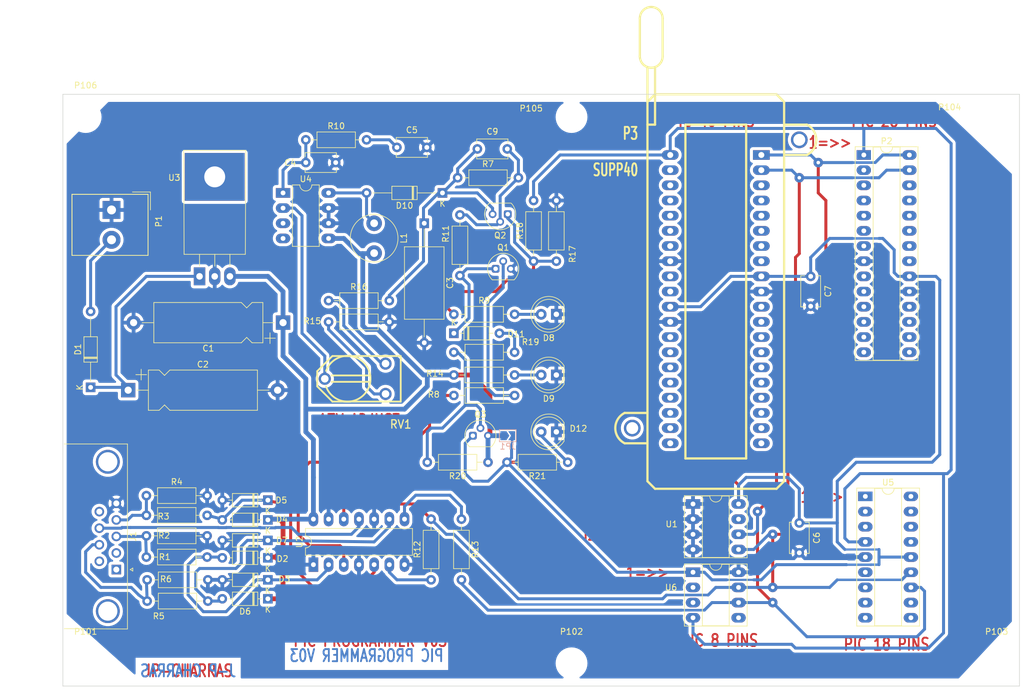
<source format=kicad_pcb>
(kicad_pcb (version 20240108) (generator "pcbnew") (generator_version "8.0")
  (title_block (title "SERIAL PIC PROGRAMMER"))
  (layers (0 "F.Cu" signal "top_layer") (31 "B.Cu" signal "bottom_layer") (34 "B.Paste" user) (35 "F.Paste" user) (36 "B.SilkS" user "B.Silkscreen") (37 "F.SilkS" user "F.Silkscreen") (38 "B.Mask" user) (39 "F.Mask" user) (44 "Edge.Cuts" user))
  (net 0 "")
  (net 1 "/PC-CLOCK-OUT")
  (net 2 "GND")
  (net 3 "Net-(C2-Pad1)")
  (net 4 "Net-(C4-Pad1)")
  (net 5 "Net-(C5-Pad1)")
  (net 6 "Net-(C9-Pad2)")
  (net 7 "Net-(D11-Pad1)")
  (net 8 "Net-(D11-Pad2)")
  (net 9 "Net-(Q1-Pad2)")
  (net 10 "Net-(Q3-Pad2)")
  (net 11 "Net-(R12-Pad1)")
  (net 12 "Net-(R13-Pad1)")
  (net 13 "Net-(R15-Pad1)")
  (net 14 "Net-(R16-Pad1)")
  (net 15 "Net-(R8-Pad1)")
  (net 16 "Net-(RV1-Pad2)")
  (net 17 "VCC")
  (net 18 "VPP")
  (net 19 "Net-(D1-Pad2)")
  (net 20 "Net-(D4-Pad2)")
  (net 21 "Net-(D8-Pad2)")
  (net 22 "Net-(D9-Pad2)")
  (net 23 "Net-(D12-Pad2)")
  (net 24 "/VPP/MCLR")
  (net 25 "/CLOCK-RB6")
  (net 26 "/DATA-RB7")
  (net 27 "Net-(D2-Pad2)")
  (net 28 "Net-(D6-Pad2)")
  (net 29 "Net-(D10-Pad2)")
  (net 30 "/VCC_PIC")
  (net 31 "/PC-DATA-IN")
  (net 32 "/PC-DATA-OUT")
  (net 33 "/VPP_ON")
  (net 34 "Net-(Q2-Pad1)")
  (footprint "Capacitor_THT:CP_Axial_L18.0mm_D6.5mm_P25.00mm_Horizontal" (layer "F.Cu") (at 110.49 78.867 180)
    (property "Reference" "C1")
    (property "Value" "100µF")
  )
  (footprint "Capacitor_THT:CP_Axial_L18.0mm_D6.5mm_P25.00mm_Horizontal" (layer "F.Cu") (at 84.582 90.17)
    (property "Reference" "C2")
    (property "Value" "220uF")
  )
  (footprint "MountingHole:MountingHole_4.3mm_M4" (layer "F.Cu") (at 77.47 135.89)
    (property "Reference" "P101")
    (property "Value" "CONN_1")
  )
  (footprint "MountingHole:MountingHole_4.3mm_M4" (layer "F.Cu") (at 158.75 135.89)
    (property "Reference" "P102")
    (property "Value" "CONN_1")
  )
  (footprint "MountingHole:MountingHole_4.3mm_M4" (layer "F.Cu") (at 229.87 135.89)
    (property "Reference" "P103")
    (property "Value" "CONN_1")
  )
  (footprint "MountingHole:MountingHole_4.3mm_M4" (layer "F.Cu") (at 229.87 44.45)
    (property "Reference" "P104")
    (property "Value" "CONN_1")
  )
  (footprint "MountingHole:MountingHole_4.3mm_M4" (layer "F.Cu") (at 158.75 44.45)
    (property "Reference" "P105")
    (property "Value" "CONN_1")
  )
  (footprint "MountingHole:MountingHole_4.3mm_M4" (layer "F.Cu") (at 77.47 44.45)
    (property "Reference" "P106")
    (property "Value" "CONN_1")
  )
  (footprint "footprints:40tex-Ell600" (layer "F.Cu") (at 175.26 50.8)
    (property "Reference" "P3")
    (property "Value" "SUPP40")
  )
  (footprint "Package_DIP:DIP-8_W7.62mm_Socket_LongPads" (layer "F.Cu") (at 179.07 120.65)
    (property "Reference" "U6")
    (property "Value" "PIC_8_PINS")
  )
  (footprint "Package_DIP:DIP-8_W7.62mm_Socket_LongPads" (layer "F.Cu") (at 179.07 109.22)
    (property "Reference" "U1")
    (property "Value" "24Cxx")
  )
  (footprint "Package_DIP:DIP-8_W7.62mm_LongPads" (layer "F.Cu") (at 110.49 57.15)
    (property "Reference" "U4")
    (property "Value" "LT1373")
  )
  (footprint "Package_DIP:DIP-28_W7.62mm_Socket_LongPads" (layer "F.Cu") (at 207.645 50.8)
    (property "Reference" "P2")
    (property "Value" "SUPP28")
  )
  (footprint "Package_DIP:DIP-18_W7.62mm_Socket_LongPads" (layer "F.Cu") (at 207.899 107.95)
    (property "Reference" "U5")
    (property "Value" "PIC_18_PINS")
  )
  (footprint "Package_DIP:DIP-14_W7.62mm_LongPads" (layer "F.Cu") (at 115.57 119.38 90)
    (property "Reference" "U2")
    (property "Value" "74HC125")
  )
  (footprint "Diode_THT:D_DO-35_SOD27_P7.62mm_Horizontal" (layer "F.Cu") (at 107.95 118.237 180)
    (property "Reference" "D2")
    (property "Value" "BAT43")
  )
  (footprint "Diode_THT:D_DO-35_SOD27_P7.62mm_Horizontal" (layer "F.Cu") (at 107.95 121.92 180)
    (property "Reference" "D3")
    (property "Value" "BAT43")
  )
  (footprint "Diode_THT:D_DO-35_SOD27_P7.62mm_Horizontal" (layer "F.Cu") (at 107.95 111.887 180)
    (property "Reference" "D4")
    (property "Value" "BAT43")
  )
  (footprint "Diode_THT:D_DO-35_SOD27_P7.62mm_Horizontal" (layer "F.Cu") (at 107.95 108.585 180)
    (property "Reference" "D5")
    (property "Value" "BAT43")
  )
  (footprint "Diode_THT:D_DO-35_SOD27_P7.62mm_Horizontal" (layer "F.Cu") (at 139.065 80.645)
    (property "Reference" "D11")
    (property "Value" "BAT43")
  )
  (footprint "Diode_THT:D_DO-35_SOD27_P7.62mm_Horizontal" (layer "F.Cu") (at 107.95 115.316 180)
    (property "Reference" "D7")
    (property "Value" "BAT43")
  )
  (footprint "Diode_THT:D_DO-35_SOD27_P7.62mm_Horizontal" (layer "F.Cu") (at 107.95 125.095 180)
    (property "Reference" "D6")
    (property "Value" "BAT43")
  )
  (footprint "Connector_Dsub:DSUB-9_Female_Horizontal_P2.77x2.84mm_EdgePinOffset7.70mm_Housed_MountingHolesOffset9.12mm" (layer "F.Cu") (at 82.6 120.2 -90)
    (property "Reference" "J1")
    (property "Value" "DB9-FEMAL")
  )
  (footprint "Package_TO_SOT_THT:TO-92" (layer "F.Cu") (at 142.24 97.79)
    (property "Reference" "Q3")
    (property "Value" "BC307")
  )
  (footprint "Package_TO_SOT_THT:TO-92" (layer "F.Cu") (at 148.082 60.706 180)
    (property "Reference" "Q2")
    (property "Value" "BC307")
  )
  (footprint "Package_TO_SOT_THT:TO-92" (layer "F.Cu") (at 146.05 69.85)
    (property "Reference" "Q1")
    (property "Value" "BC237")
  )
  (footprint "Resistor_THT:R_Axial_DIN0207_L6.3mm_D2.5mm_P10.16mm_Horizontal" (layer "F.Cu") (at 152.4 68.58 90)
    (property "Reference" "R18")
    (property "Value" "220")
  )
  (footprint "Resistor_THT:R_Axial_DIN0207_L6.3mm_D2.5mm_P10.16mm_Horizontal" (layer "F.Cu") (at 114.3 48.26)
    (property "Reference" "R10")
    (property "Value" "5,1K")
  )
  (footprint "Resistor_THT:R_Axial_DIN0207_L6.3mm_D2.5mm_P10.16mm_Horizontal" (layer "F.Cu") (at 139.065 77.47)
    (property "Reference" "R9")
    (property "Value" "2.2K")
  )
  (footprint "Resistor_THT:R_Axial_DIN0207_L6.3mm_D2.5mm_P10.16mm_Horizontal" (layer "F.Cu") (at 87.63 118.11)
    (property "Reference" "R1")
    (property "Value" "10K")
  )
  (footprint "Resistor_THT:R_Axial_DIN0207_L6.3mm_D2.5mm_P10.16mm_Horizontal" (layer "F.Cu") (at 87.63 114.554)
    (property "Reference" "R2")
    (property "Value" "10K")
  )
  (footprint "Resistor_THT:R_Axial_DIN0207_L6.3mm_D2.5mm_P10.16mm_Horizontal" (layer "F.Cu") (at 87.63 111.125)
    (property "Reference" "R3")
    (property "Value" "10K")
  )
  (footprint "Resistor_THT:R_Axial_DIN0207_L6.3mm_D2.5mm_P10.16mm_Horizontal" (layer "F.Cu") (at 87.63 107.823)
    (property "Reference" "R4")
    (property "Value" "10K")
  )
  (footprint "Resistor_THT:R_Axial_DIN0207_L6.3mm_D2.5mm_P10.16mm_Horizontal" (layer "F.Cu") (at 87.757 125.476)
    (property "Reference" "R5")
    (property "Value" "10K")
  )
  (footprint "Resistor_THT:R_Axial_DIN0207_L6.3mm_D2.5mm_P10.16mm_Horizontal" (layer "F.Cu") (at 139.7 54.61)
    (property "Reference" "R7")
    (property "Value" "10K")
  )
  (footprint "Resistor_THT:R_Axial_DIN0207_L6.3mm_D2.5mm_P10.16mm_Horizontal" (layer "F.Cu") (at 87.757 121.92)
    (property "Reference" "R6")
    (property "Value" "10K")
  )
  (footprint "Resistor_THT:R_Axial_DIN0207_L6.3mm_D2.5mm_P10.16mm_Horizontal" (layer "F.Cu") (at 158.115 102.235 180)
    (property "Reference" "R21")
    (property "Value" "470")
  )
  (footprint "Resistor_THT:R_Axial_DIN0207_L6.3mm_D2.5mm_P10.16mm_Horizontal" (layer "F.Cu") (at 144.78 102.235 180)
    (property "Reference" "R20")
    (property "Value" "2.2K")
  )
  (footprint "Resistor_THT:R_Axial_DIN0207_L6.3mm_D2.5mm_P10.16mm_Horizontal" (layer "F.Cu") (at 149.225 83.82 180)
    (property "Reference" "R19")
    (property "Value" "2.2K")
  )
  (footprint "Resistor_THT:R_Axial_DIN0207_L6.3mm_D2.5mm_P10.16mm_Horizontal" (layer "F.Cu") (at 156.21 68.58 90)
    (property "Reference" "R17")
    (property "Value" "22K")
  )
  (footprint "Resistor_THT:R_Axial_DIN0207_L6.3mm_D2.5mm_P10.16mm_Horizontal" (layer "F.Cu") (at 118.11 75.184)
    (property "Reference" "R16")
    (property "Value" "62K")
  )
  (footprint "Resistor_THT:R_Axial_DIN0207_L6.3mm_D2.5mm_P10.16mm_Horizontal" (layer "F.Cu") (at 118.11 78.74)
    (property "Reference" "R15")
    (property "Value" "6.2K")
  )
  (footprint "Resistor_THT:R_Axial_DIN0207_L6.3mm_D2.5mm_P10.16mm_Horizontal" (layer "F.Cu") (at 139.065 87.63)
    (property "Reference" "R14")
    (property "Value" "470")
  )
  (footprint "Resistor_THT:R_Axial_DIN0207_L6.3mm_D2.5mm_P10.16mm_Horizontal" (layer "F.Cu") (at 140.335 111.76 -90)
    (property "Reference" "R13")
    (property "Value" "470")
  )
  (footprint "Resistor_THT:R_Axial_DIN0207_L6.3mm_D2.5mm_P10.16mm_Horizontal" (layer "F.Cu") (at 139.065 91.059)
    (property "Reference" "R8")
    (property "Value" "1K")
  )
  (footprint "Resistor_THT:R_Axial_DIN0207_L6.3mm_D2.5mm_P10.16mm_Horizontal" (layer "F.Cu") (at 135.255 121.92 90)
    (property "Reference" "R12")
    (property "Value" "470")
  )
  (footprint "LED_THT:LED_D5.0mm" (layer "F.Cu") (at 156.21 77.47 180)
    (property "Reference" "D8")
    (property "Value" "RED-LED")
  )
  (footprint "LED_THT:LED_D5.0mm" (layer "F.Cu") (at 156.21 87.63 180)
    (property "Reference" "D9")
    (property "Value" "GREEN-LED")
  )
  (footprint "LED_THT:LED_D5.0mm" (layer "F.Cu") (at 156.21 97.155 180)
    (property "Reference" "D12")
    (property "Value" "YELLOW-LED")
  )
  (footprint "Capacitor_THT:C_Disc_D5.1mm_W3.2mm_P5.00mm" (layer "F.Cu") (at 114.3 52.07)
    (property "Reference" "C4")
    (property "Value" "0")
  )
  (footprint "Capacitor_THT:C_Disc_D5.1mm_W3.2mm_P5.00mm" (layer "F.Cu") (at 129.54 49.53)
    (property "Reference" "C5")
    (property "Value" "10nF")
  )
  (footprint "Capacitor_THT:C_Disc_D5.1mm_W3.2mm_P5.00mm" (layer "F.Cu") (at 198.755 71.12 -90)
    (property "Reference" "C7")
    (property "Value" "100nF")
  )
  (footprint "Capacitor_THT:C_Disc_D5.1mm_W3.2mm_P5.00mm" (layer "F.Cu") (at 143.002 49.784)
    (property "Reference" "C9")
    (property "Value" "220nF")
  )
  (footprint "Capacitor_THT:C_Disc_D5.1mm_W3.2mm_P5.00mm" (layer "F.Cu") (at 196.85 112.395 -90)
    (property "Reference" "C6")
    (property "Value" "100nF")
  )
  (footprint "Diode_THT:D_DO-35_SOD27_P12.70mm_Horizontal" (layer "F.Cu") (at 137.16 57.15 180)
    (property "Reference" "D10")
    (property "Value" "SCHOTTKY")
  )
  (footprint "footprints:RV2X4" (layer "F.Cu") (at 127.635 90.805 180)
    (property "Reference" "RV1")
    (property "Value" "1K")
  )
  (footprint "TerminalBlock_Altech:Altech_AK300_1x02_P5.00mm_45-Degree" (layer "F.Cu") (at 81.8 60 -90)
    (property "Reference" "P1")
    (property "Value" "CONN_2")
  )
  (footprint "Package_TO_SOT_THT:TO-220-3_Horizontal_TabDown" (layer "F.Cu") (at 96.52 71.12)
    (property "Reference" "U3")
    (property "Value" "7805")
  )
  (footprint "Resistor_THT:R_Axial_DIN0207_L6.3mm_D2.5mm_P10.16mm_Horizontal" (layer "F.Cu") (at 140.081 70.993 90)
    (property "Reference" "R11")
    (property "Value" "22K")
  )
  (footprint "Capacitors_THT:C_Axial_L12.0mm_D6.5mm_P20.00mm_Horizontal" (layer "F.Cu") (at 134.112 62.23 -90)
    (property "Reference" "C3")
    (property "Value" "22uF/25V")
  )
  (footprint "Inductor_THT:L_Radial_D7.8mm_P5.00mm_Fastron_07HCP" (layer "F.Cu") (at 125.73 62.23 -90)
    (property "Reference" "L1")
    (property "Value" "22uH")
  )
  (footprint "Diode_THT:D_DO-35_SOD27_P12.70mm_Horizontal" (layer "F.Cu") (at 78.3 89.7 90)
    (property "Reference" "D1")
    (property "Value" "1N4004")
  )
  (footprint "Jumper:SolderJumper-2_P1.3mm_Open_TrianglePad1.0x1.5mm" (layer "B.Cu") (at 148.082 97.79)
    (property "Reference" "JP1")
    (property "Value" "JUMPER")
  )
  (gr_line (start 73.66 139.7) (end 73.66 40.64) (stroke (width 0.1)) (layer "Edge.Cuts"))
  (gr_line (start 173.99 40.64) (end 233.68 40.64) (stroke (width 0.1)) (layer "Edge.Cuts"))
  (gr_line (start 73.66 40.64) (end 173.99 40.64) (stroke (width 0.1)) (layer "Edge.Cuts"))
  (gr_line (start 233.68 139.7) (end 73.66 139.7) (stroke (width 0.1)) (layer "Edge.Cuts"))
  (gr_line (start 233.68 40.64) (end 233.68 139.7) (stroke (width 0.1)) (layer "Edge.Cuts"))
  (gr_text "+8/12V" (at 81.5 55.5 0) (layer "F.Cu") (effects (font (size 2.032 1.524) (thickness 0.3048))))
  (gr_text "VCC ON" (at 162.9 99.1 0) (layer "F.Cu") (effects (font (size 2.032 1.524) (thickness 0.3048))))
  (gr_text "JP-CHARRAS" (at 94.615 137.16 0) (layer "F.Cu") (effects (font (size 2.032 1.524) (thickness 0.3048))))
  (gr_text "1=>>" (at 167.64 48.895 0) (layer "F.Cu") (effects (font (size 2.032 1.524) (thickness 0.3048))))
  (gr_text "PWR ON" (at 163.83 88.9 0) (layer "F.Cu") (effects (font (size 2.032 1.524) (thickness 0.3048))))
  (gr_text "PIC PROGRAMMER V03" (at 125.095 132.08 0) (layer "F.Cu") (effects (font (size 2.032 1.524) (thickness 0.3048))))
  (gr_text "1=>>" (at 200.66 107.95 0) (layer "F.Cu") (effects (font (size 2.032 1.524) (thickness 0.3048))))
  (gr_text "PIC 18 PINS" (at 211.455 132.715 0) (layer "F.Cu") (effects (font (size 2.032 1.524) (thickness 0.3048))))
  (gr_text "I2C PROM" (at 166.37 114.3 0) (layer "F.Cu") (effects (font (size 2.032 1.524) (thickness 0.3048))))
  (gr_text "VPP ON" (at 163.195 80.645 0) (layer "F.Cu") (effects (font (size 2.032 1.524) (thickness 0.3048))))
  (gr_text "1=>>" (at 171.45 109.22 0) (layer "F.Cu") (effects (font (size 2.032 1.524) (thickness 0.3048))))
  (gr_text "13V ADJUST" (at 123.19 95.25 0) (layer "F.Cu") (effects (font (size 2.032 1.524) (thickness 0.3048))))
  (gr_text "PIC 8 PINS" (at 183.515 132.08 0) (layer "F.Cu") (effects (font (size 2.032 1.524) (thickness 0.3048))))
  (gr_text "PIC 28 PINS" (at 212.725 45.085 0) (layer "F.Cu") (effects (font (size 2.032 1.524) (thickness 0.3048))))
  (gr_text "1=>>" (at 171.45 120.65 0) (layer "F.Cu") (effects (font (size 2.032 1.524) (thickness 0.3048))))
  (gr_text "PIC 40 PINS" (at 182.245 45.085 0) (layer "F.Cu") (effects (font (size 2.032 1.524) (thickness 0.3048))))
  (gr_text "1=>>" (at 202 48.7 0) (layer "F.Cu") (effects (font (size 2.032 1.524) (thickness 0.3048))))
  (gr_text "J-P CHARRAS" (at 94.615 137.16 0) (layer "B.Cu") (effects (font (size 2.032 1.524) (thickness 0.3048)) (justify mirror)))
  (gr_text "PIC PROGRAMMER V03" (at 124.46 134.62 0) (layer "B.Cu") (effects (font (size 2.032 1.524) (thickness 0.3048)) (justify mirror)))
  (segment (start 85.09 123.19) (end 86.36 124.46) (width 0.5) (layer "B.Cu") (net 1))
  (segment (start 77.47 117.475) (end 77.47 120.65) (width 0.5) (layer "B.Cu") (net 1))
  (segment (start 78.62863 116.045) (end 77.47 117.20363) (width 0.5) (layer "B.Cu") (net 1))
  (segment (start 86.36 124.46) (end 87.757 125.476) (width 0.5) (layer "B.Cu") (net 1))
  (segment (start 80.01 123.19) (end 85.09 123.19) (width 0.5) (layer "B.Cu") (net 1))
  (segment (start 87.757 125.476) (end 87.63 121.92) (width 0.5) (layer "B.Cu") (net 1))
  (segment (start 79.76 116.045) (end 78.62863 116.045) (width 0.5) (layer "B.Cu") (net 1))
  (segment (start 77.47 120.65) (end 80.01 123.19) (width 0.5) (layer "B.Cu") (net 1))
  (segment (start 77.47 117.20363) (end 77.47 117.475) (width 0.5) (layer "B.Cu") (net 1))
  (segment (start 82.55 76.2) (end 87.63 71.12) (width 0.5) (layer "B.Cu") (net 3))
  (segment (start 84.112 89.7) (end 84.582 90.17) (width 0.5) (layer "B.Cu") (net 3))
  (segment (start 84.455 89.535) (end 82.55 87.63) (width 0.5) (layer "B.Cu") (net 3))
  (segment (start 78.3 89.7) (end 84.112 89.7) (width 0.5) (layer "B.Cu") (net 3))
  (segment (start 87.63 71.12) (end 96.52 71.12) (width 0.5) (layer "B.Cu") (net 3))
  (segment (start 82.55 87.63) (end 82.55 76.2) (width 0.5) (layer "B.Cu") (net 3))
  (segment (start 84.455 90.17) (end 84.455 89.535) (width 0.5) (layer "B.Cu") (net 3))
  (segment (start 114.3 48.26) (end 114.3 52.07) (width 0.5) (layer "B.Cu") (net 4))
  (segment (start 110.49 57.15) (end 110.49 53.34) (width 0.5) (layer "B.Cu") (net 4))
  (segment (start 110.49 53.34) (end 111.76 52.07) (width 0.5) (layer "B.Cu") (net 4))
  (segment (start 111.76 52.07) (end 114.3 52.07) (width 0.5) (layer "B.Cu") (net 4))
  (segment (start 124.46 48.26) (end 128.27 48.26) (width 0.5) (layer "B.Cu") (net 5))
  (segment (start 128.27 48.26) (end 129.54 49.53) (width 0.5) (layer "B.Cu") (net 5))
  (segment (start 149.86 51.642) (end 149.86 54.61) (width 0.5) (layer "B.Cu") (net 6))
  (segment (start 141.21237 60.833) (end 142.855369 62.475999) (width 0.5) (layer "B.Cu") (net 6))
  (segment (start 146.312001 62.475999) (end 146.812 61.976) (width 0.5) (layer "B.Cu") (net 6))
  (segment (start 146.812 57.658) (end 149.86 54.61) (width 0.5) (layer "B.Cu") (net 6))
  (segment (start 148.002 49.784) (end 149.86 51.642) (width 0.5) (layer "B.Cu") (net 6))
  (segment (start 146.812 61.976) (end 146.812 57.658) (width 0.5) (layer "B.Cu") (net 6))
  (segment (start 140.081 60.833) (end 141.21237 60.833) (width 0.5) (layer "B.Cu") (net 6))
  (segment (start 142.855369 62.475999) (end 146.312001 62.475999) (width 0.5) (layer "B.Cu") (net 6))
  (segment (start 141.605 72.517) (end 140.081 70.993) (width 0.5) (layer "B.Cu") (net 7))
  (segment (start 141.605 78.105) (end 141.605 72.517) (width 0.5) (layer "B.Cu") (net 7))
  (segment (start 141.224 69.85) (end 146.05 69.85) (width 0.5) (layer "B.Cu") (net 7))
  (segment (start 140.081 70.993) (end 141.224 69.85) (width 0.5) (layer "B.Cu") (net 7))
  (segment (start 139.065 80.645) (end 141.605 78.105) (width 0.5) (layer "B.Cu") (net 7))
  (segment (start 146.685 80.645) (end 148.59 80.645) (width 0.5) (layer "B.Cu") (net 8))
  (segment (start 148.59 80.645) (end 149.225 81.28) (width 0.5) (layer "B.Cu") (net 8))
  (segment (start 149.225 81.28) (end 149.225 83.82) (width 0.5) (layer "B.Cu") (net 8))
  (segment (start 145.923 91.059) (end 144.78 89.916) (width 0.5) (layer "B.Cu") (net 9))
  (segment (start 147.32 71.12) (end 147.32 68.58) (width 0.5) (layer "B.Cu") (net 9))
  (segment (start 147.32 73.025) (end 147.32 71.12) (width 0.5) (layer "B.Cu") (net 9))
  (segment (start 144.78 89.916) (end 144.78 75.565) (width 0.5) (layer "B.Cu") (net 9))
  (segment (start 144.78 75.565) (end 147.32 73.025) (width 0.5) (layer "B.Cu") (net 9))
  (segment (start 149.225 91.059) (end 145.923 91.059) (width 0.5) (layer "B.Cu") (net 9))
  (segment (start 135.255 96.52) (end 137.16 96.52) (width 0.5) (layer "B.Cu") (net 10))
  (segment (start 135.255 96.52) (end 134.62 97.155) (width 0.5) (layer "B.Cu") (net 10))
  (segment (start 143.51 93.345) (end 143.51 96.52) (width 0.5) (layer "B.Cu") (net 10))
  (segment (start 142.875 92.71) (end 143.51 93.345) (width 0.5) (layer "B.Cu") (net 10))
  (segment (start 134.62 97.155) (end 134.62 102.235) (width 0.5) (layer "B.Cu") (net 10))
  (segment (start 140.97 85.09) (end 139.7 83.82) (width 0.5) (layer "B.Cu") (net 10))
  (segment (start 140.97 85.09) (end 140.97 92.71) (width 0.5) (layer "B.Cu") (net 10))
  (segment (start 137.16 96.52) (end 140.97 92.71) (width 0.5) (layer "B.Cu") (net 10))
  (segment (start 139.7 83.82) (end 139.065 83.82) (width 0.5) (layer "B.Cu") (net 10))
  (segment (start 140.97 92.71) (end 142.875 92.71) (width 0.5) (layer "B.Cu") (net 10))
  (segment (start 128.27 119.38) (end 128.27 120.65) (width 0.5) (layer "B.Cu") (net 11))
  (segment (start 128.27 120.65) (end 129.54 121.92) (width 0.5) (layer "B.Cu") (net 11))
  (segment (start 129.54 121.92) (end 135.255 121.92) (width 0.5) (layer "B.Cu") (net 11))
  (segment (start 130.81 109.6264) (end 132.6896 107.7468) (width 0.5) (layer "B.Cu") (net 12))
  (segment (start 132.6896 107.7468) (end 138.4046 107.7468) (width 0.5) (layer "B.Cu") (net 12))
  (segment (start 138.4046 107.7468) (end 140.335 109.6772) (width 0.5) (layer "B.Cu") (net 12))
  (segment (start 140.335 109.6772) (end 140.335 111.76) (width 0.5) (layer "B.Cu") (net 12))
  (segment (start 130.81 111.76) (end 130.81 109.6264) (width 0.5) (layer "B.Cu") (net 12))
  (segment (start 118.11 80.01) (end 124.46 86.36) (width 0.5) (layer "B.Cu") (net 13))
  (segment (start 124.46 86.36) (end 124.46 89.535) (width 0.5) (layer "B.Cu") (net 13))
  (segment (start 125.73 90.805) (end 127.635 90.805) (width 0.5) (layer "B.Cu") (net 13))
  (segment (start 118.11 78.74) (end 118.11 80.01) (width 0.5) (layer "B.Cu") (net 13))
  (segment (start 124.46 89.535) (end 125.73 90.805) (width 0.5) (layer "B.Cu") (net 13))
  (segment (start 119.634 75.184) (end 120.65 76.2) (width 0.5) (layer "B.Cu") (net 14))
  (segment (start 120.65 79.375) (end 127 85.725) (width 0.5) (layer "B.Cu") (net 14))
  (segment (start 127 85.725) (end 127.635 85.725) (width 0.5) (layer "B.Cu") (net 14))
  (segment (start 118.11 75.184) (end 119.634 75.184) (width 0.5) (layer "B.Cu") (net 14))
  (segment (start 120.65 76.2) (end 120.65 79.375) (width 0.5) (layer "B.Cu") (net 14))
  (segment (start 135.001 96.266) (end 135.001 92.456) (width 0.5) (layer "F.Cu") (net 15))
  (segment (start 120.015 116.205) (end 114.935 116.205) (width 0.5) (layer "F.Cu") (net 15))
  (segment (start 114.935 102.235) (end 129.032 102.235) (width 0.5) (layer "F.Cu") (net 15))
  (segment (start 129.032 102.235) (end 135.001 96.266) (width 0.5) (layer "F.Cu") (net 15))
  (segment (start 136.398 91.059) (end 139.065 91.059) (width 0.5) (layer "F.Cu") (net 15))
  (segment (start 135.001 92.456) (end 136.398 91.059) (width 0.5) (layer "F.Cu") (net 15))
  (segment (start 113.03 104.14) (end 114.935 102.235) (width 0.5) (layer "F.Cu") (net 15))
  (segment (start 113.03 114.3) (end 113.03 104.14) (width 0.5) (layer "F.Cu") (net 15))
  (segment (start 120.65 116.84) (end 120.015 116.205) (width 0.5) (layer "F.Cu") (net 15))
  (segment (start 114.935 116.205) (end 113.03 114.3) (width 0.5) (layer "F.Cu") (net 15))
  (segment (start 120.65 119.38) (end 120.65 116.84) (width 0.5) (layer "F.Cu") (net 15))
  (segment (start 112.395 59.69) (end 113.665 60.96) (width 0.5) (layer "B.Cu") (net 16))
  (segment (start 110.49 59.69) (end 112.395 59.69) (width 0.5) (layer "B.Cu") (net 16))
  (segment (start 113.665 60.96) (end 113.665 80.645) (width 0.5) (layer "B.Cu") (net 16))
  (segment (start 117.475 84.455) (end 117.475 88.265) (width 0.5) (layer "B.Cu") (net 16))
  (segment (start 113.665 80.645) (end 117.475 84.455) (width 0.5) (layer "B.Cu") (net 16))
  (segment (start 110.49 124.155) (end 110.49 119.38) (width 0.8) (layer "F.Cu") (net 17))
  (segment (start 145.1 97.47) (end 144.78 97.79) (width 0.8) (layer "F.Cu") (net 17))
  (segment (start 141.986 87.63) (end 145.1 90.744) (width 0.8) (layer "F.Cu") (net 17))
  (segment (start 109.55 125.095) (end 110.49 124.155) (width 0.8) (layer "F.Cu") (net 17))
  (segment (start 145.1 90.744) (end 145.1 97.47) (width 0.8) (layer "F.Cu") (net 17))
  (segment (start 110.49 119.38) (end 109.22 118.11) (width 0.8) (layer "F.Cu") (net 17))
  (segment (start 107.95 125.095) (end 109.55 125.095) (width 0.8) (layer "F.Cu") (net 17))
  (segment (start 109.22 118.11) (end 107.95 118.11) (width 0.8) (layer "F.Cu") (net 17))
  (segment (start 109.855 111.76) (end 110.49 112.395) (width 0.8) (layer "F.Cu") (net 17))
  (segment (start 110.49 112.395) (end 110.49 116.84) (width 0.8) (layer "F.Cu") (net 17))
  (segment (start 107.95 111.76) (end 109.855 111.76) (width 0.8) (layer "F.Cu") (net 17))
  (segment (start 139.065 87.63) (end 141.986 87.63) (width 0.8) (layer "F.Cu") (net 17))
  (segment (start 110.49 116.84) (end 109.22 118.11) (width 0.8) (layer "F.Cu") (net 17))
  (segment (start 144.78 97.79) (end 144.78 97.917) (width 0.8) (layer "B.Cu") (net 17))
  (segment (start 124.46 80.01) (end 123.825 79.375) (width 0.8) (layer "B.Cu") (net 17))
  (segment (start 134.62 87.63) (end 133.985 87.63) (width 0.8) (layer "B.Cu") (net 17))
  (segment (start 107.95 111.76) (end 115.57 111.76) (width 0.8) (layer "B.Cu") (net 17))
  (segment (start 114.3 88.265) (end 114.3 93.345) (width 0.8) (layer "B.Cu") (net 17))
  (segment (start 110.49 78.74) (end 110.49 73.66) (width 0.8) (layer "B.Cu") (net 17))
  (segment (start 110.49 73.66) (end 107.95 71.12) (width 0.8) (layer "B.Cu") (net 17))
  (segment (start 123.825 67.31) (end 123.19 67.31) (width 0.8) (layer "B.Cu") (net 17))
  (segment (start 130.81 93.345) (end 134.62 89.535) (width 0.8) (layer "B.Cu") (net 17))
  (segment (start 147.447 97.79) (end 144.78 97.79) (width 0.8) (layer "B.Cu") (net 17))
  (segment (start 114.3 93.345) (end 114.3 97.155) (width 0.8) (layer "B.Cu") (net 17))
  (segment (start 115.57 111.76) (end 115.57 104.775) (width 0.8) (layer "B.Cu") (net 17))
  (segment (start 123.825 79.375) (end 123.825 67.31) (width 0.8) (layer "B.Cu") (net 17))
  (segment (start 110.49 84.455) (end 114.3 88.265) (width 0.8) (layer "B.Cu") (net 17))
  (segment (start 125.73 67.31) (end 123.825 67.31) (width 0.8) (layer "B.Cu") (net 17))
  (segment (start 133.985 87.63) (end 126.365 80.01) (width 0.8) (layer "B.Cu") (net 17))
  (segment (start 118.11 64.77) (end 120.65 64.77) (width 0.8) (layer "B.Cu") (net 17))
  (segment (start 115.57 98.425) (end 115.57 104.775) (width 0.8) (layer "B.Cu") (net 17))
  (segment (start 126.365 80.01) (end 124.46 80.01) (width 0.8) (layer "B.Cu") (net 17))
  (segment (start 114.3 97.155) (end 115.57 98.425) (width 0.8) (layer "B.Cu") (net 17))
  (segment (start 114.3 93.345) (end 130.81 93.345) (width 0.8) (layer "B.Cu") (net 17))
  (segment (start 139.065 87.63) (end 134.62 87.63) (width 0.8) (layer "B.Cu") (net 17))
  (segment (start 110.49 78.74) (end 110.49 84.455) (width 0.8) (layer "B.Cu") (net 17))
  (segment (start 123.19 67.31) (end 120.65 64.77) (width 0.8) (layer "B.Cu") (net 17))
  (segment (start 134.62 89.535) (end 134.62 87.63) (width 0.8) (layer "B.Cu") (net 17))
  (segment (start 101.6 71.12) (end 107.95 71.12) (width 0.8) (layer "B.Cu") (net 17))
  (segment (start 144.78 102.235) (end 144.78 97.917) (width 0.8) (layer "B.Cu") (net 17))
  (segment (start 139.7 54.61) (end 139.7 53.086) (width 0.5) (layer "B.Cu") (net 18))
  (segment (start 145.542 59.706) (end 142.986 57.15) (width 0.5) (layer "B.Cu") (net 18))
  (segment (start 137.16 57.15) (end 142.748 57.15) (width 0.5) (layer "B.Cu") (net 18))
  (segment (start 136.525 57.15) (end 137.16 57.15) (width 0.5) (layer "B.Cu") (net 18))
  (segment (start 133.985 68.58) (end 128.27 74.295) (width 0.5) (layer "B.Cu") (net 18))
  (segment (start 142.986 57.15) (end 142.748 57.15) (width 0.5) (layer "B.Cu") (net 18))
  (segment (start 139.7 53.086) (end 143.002 49.784) (width 0.5) (layer "B.Cu") (net 18))
  (segment (start 136.525 57.15) (end 133.985 59.69) (width 0.5) (layer "B.Cu") (net 18))
  (segment (start 133.985 62.23) (end 133.985 68.58) (width 0.5) (layer "B.Cu") (net 18))
  (segment (start 137.16 57.15) (end 139.7 54.61) (width 0.5) (layer "B.Cu") (net 18))
  (segment (start 145.542 60.706) (end 145.542 59.706) (width 0.5) (layer "B.Cu") (net 18))
  (segment (start 133.985 62.23) (end 133.985 59.69) (width 0.5) (layer "B.Cu") (net 18))
  (segment (start 128.27 74.295) (end 128.27 75.184) (width 0.5) (layer "B.Cu") (net 18))
  (segment (start 78.3 68.5) (end 78.3 77) (width 0.5) (layer "B.Cu") (net 19))
  (segment (start 81.8 65) (end 78.3 68.5) (width 0.5) (layer "B.Cu") (net 19))
  (segment (start 111.76 119.38) (end 115.57 123.19) (width 0.5) (layer "F.Cu") (net 20))
  (segment (start 125.73 120.65) (end 125.73 119.38) (width 0.5) (layer "F.Cu") (net 20))
  (segment (start 111.76 109.855) (end 111.76 119.38) (width 0.5) (layer "F.Cu") (net 20))
  (segment (start 115.57 123.19) (end 123.19 123.19) (width 0.5) (layer "F.Cu") (net 20))
  (segment (start 107.95 108.712) (end 111.125 109.22) (width 0.5) (layer "F.Cu") (net 20))
  (segment (start 111.125 109.22) (end 111.76 109.855) (width 0.5) (layer "F.Cu") (net 20))
  (segment (start 123.19 123.19) (end 125.73 120.65) (width 0.5) (layer "F.Cu") (net 20))
  (segment (start 107.95 108.585) (end 103.632 108.585) (width 0.5) (layer "B.Cu") (net 20))
  (segment (start 100.33 111.76) (end 97.79 111.125) (width 0.5) (layer "B.Cu") (net 20))
  (segment (start 103.632 108.585) (end 100.33 111.887) (width 0.5) (layer "B.Cu") (net 20))
  (segment (start 153.67 77.47) (end 149.225 77.47) (width 0.5) (layer "B.Cu") (net 21))
  (segment (start 153.67 87.63) (end 149.225 87.63) (width 0.5) (layer "B.Cu") (net 22))
  (segment (start 153.67 97.155) (end 153.67 97.79) (width 0.5) (layer "B.Cu") (net 23))
  (segment (start 153.67 97.79) (end 158.115 102.235) (width 0.5) (layer "B.Cu") (net 23))
  (segment (start 195.58 132.715) (end 196.215 133.35) (width 0.5) (layer "B.Cu") (net 24))
  (segment (start 175.26 50.8) (end 175.26 47.625) (width 0.5) (layer "B.Cu") (net 24))
  (segment (start 207.645 115.57) (end 205.105 115.57) (width 0.5) (layer "B.Cu") (net 24))
  (segment (start 156.845 50.8) (end 175.26 50.8) (width 0.5) (layer "B.Cu") (net 24))
  (segment (start 196.215 133.35) (end 218.44 133.35) (width 0.5) (layer "B.Cu") (net 24))
  (segment (start 207.645 50.8) (end 207.645 46.355) (width 0.5) (layer "B.Cu") (net 24))
  (segment (start 220.98 130.81) (end 220.98 104.14) (width 0.5) (layer "B.Cu") (net 24))
  (segment (start 219.71 46.355) (end 207.645 46.355) (width 0.5) (layer "B.Cu") (net 24))
  (segment (start 207.645 46.355) (end 176.53 46.355) (width 0.5) (layer "B.Cu") (net 24))
  (segment (start 175.26 47.625) (end 176.53 46.355) (width 0.5) (layer "B.Cu") (net 24))
  (segment (start 205.105 115.57) (end 204.47 114.935) (width 0.5) (layer "B.Cu") (net 24))
  (segment (start 204.47 106.68) (end 207.01 104.14) (width 0.5) (layer "B.Cu") (net 24))
  (segment (start 204.47 114.935) (end 204.47 106.68) (width 0.5) (layer "B.Cu") (net 24))
  (segment (start 221.615 104.14) (end 220.98 104.14) (width 0.5) (layer "B.Cu") (net 24))
  (segment (start 221.615 104.14) (end 222.25 103.505) (width 0.5) (layer "B.Cu") (net 24))
  (segment (start 195.58 132.715) (end 180.975 132.715) (width 0.5) (layer "B.Cu") (net 24))
  (segment (start 222.25 48.895) (end 219.71 46.355) (width 0.5) (layer "B.Cu") (net 24))
  (segment (start 179.07 130.81) (end 179.07 128.27) (width 0.5) (layer "B.Cu") (net 24))
  (segment (start 222.25 48.895) (end 222.25 103.505) (width 0.5) (layer "B.Cu") (net 24))
  (segment (start 179.07 130.81) (end 180.975 132.715) (width 0.5) (layer "B.Cu") (net 24))
  (segment (start 156.845 50.8) (end 152.4 55.245) (width 0.5) (layer "B.Cu") (net 24))
  (segment (start 207.01 104.14) (end 220.98 104.14) (width 0.5) (layer "B.Cu") (net 24))
  (segment (start 152.4 55.245) (end 152.4 58.42) (width 0.5) (layer "B.Cu") (net 24))
  (segment (start 218.44 133.35) (end 220.98 130.81) (width 0.5) (layer "B.Cu") (net 24))
  (segment (start 189.865 123.19) (end 192.405 125.73) (width 0.5) (layer "F.Cu") (net 25))
  (segment (start 193.04 75.565) (end 196.215 72.39) (width 0.5) (layer "F.Cu") (net 25))
  (segment (start 196.85 67.31) (end 196.85 54.61) (width 0.5) (layer "F.Cu") (net 25))
  (segment (start 196.215 72.39) (end 196.215 67.945) (width 0.5) (layer "F.Cu") (net 25))
  (segment (start 193.04 107.315) (end 189.865 110.49) (width 0.5) (layer "F.Cu") (net 25))
  (segment (start 189.865 110.49) (end 189.865 123.19) (width 0.5) (layer "F.Cu") (net 25))
  (segment (start 196.215 67.945) (end 196.85 67.31) (width 0.5) (layer "F.Cu") (net 25))
  (segment (start 193.04 107.315) (end 193.04 75.565) (width 0.5) (layer "F.Cu") (net 25))
  (via (at 189.865 110.49) (size 1.6) (drill 0.6) (layers "F.Cu" "B.Cu") (net 25))
  (via (at 192.405 125.73) (size 1.6) (drill 0.6) (layers "F.Cu" "B.Cu") (net 25))
  (via (at 196.85 54.61) (size 1.6) (drill 0.6) (layers "F.Cu" "B.Cu") (net 25))
  (segment (start 182.245 125.73) (end 186.69 125.73) (width 0.5) (layer "B.Cu") (net 25))
  (segment (start 195.58 53.34) (end 196.85 54.61) (width 0.5) (layer "B.Cu") (net 25))
  (segment (start 190.5 53.34) (end 195.58 53.34) (width 0.5) (layer "B.Cu") (net 25))
  (segment (start 216.535 131.445) (end 217.805 130.175) (width 0.5) (layer "B.Cu") (net 25))
  (segment (start 211.455 53.34) (end 215.265 53.34) (width 0.5) (layer "B.Cu") (net 25))
  (segment (start 189.23 114.3) (end 186.69 114.3) (width 0.5) (layer "B.Cu") (net 25))
  (segment (start 182.245 125.73) (end 180.975 127) (width 0.5) (layer "B.Cu") (net 25))
  (segment (start 205.74 54.61) (end 208.915 54.61) (width 0.4318) (layer "B.Cu") (net 25))
  (segment (start 211.455 53.34) (end 210.185 54.61) (width 0.5) (layer "B.Cu") (net 25))
  (segment (start 140.335 122.555) (end 144.78 127) (width 0.5) (layer "B.Cu") (net 25))
  (segment (start 210.185 54.61) (end 208.915 54.61) (width 0.5) (layer "B.Cu") (net 25))
  (segment (start 217.805 123.825) (end 217.17 123.19) (width 0.5) (layer "B.Cu") (net 25))
  (segment (start 196.85 54.61) (end 205.74 54.61) (width 0.5) (layer "B.Cu") (net 25))
  (segment (start 140.335 121.92) (end 140.335 122.555) (width 0.5) (layer "B.Cu") (net 25))
  (segment (start 217.17 123.19) (end 215.265 123.19) (width 0.5) (layer "B.Cu") (net 25))
  (segment (start 144.78 127) (end 177.165 127) (width 0.5) (layer "B.Cu") (net 25))
  (segment (start 189.865 110.49) (end 189.865 113.665) (width 0.5) (layer "B.Cu") (net 25))
  (segment (start 217.805 130.175) (end 217.805 123.825) (width 0.5) (layer "B.Cu") (net 25))
  (segment (start 192.405 125.73) (end 198.12 131.445) (width 0.5) (layer "B.Cu") (net 25))
  (segment (start 198.12 131.445) (end 216.535 131.445) (width 0.5) (layer "B.Cu") (net 25))
  (segment (start 186.69 125.73) (end 192.405 125.73) (width 0.5) (layer "B.Cu") (net 25))
  (segment (start 189.865 113.665) (end 189.23 114.3) (width 0.5) (layer "B.Cu") (net 25))
  (segment (start 177.165 127) (end 180.975 127) (width 0.4318) (layer "B.Cu") (net 25))
  (segment (start 201.295 85.09) (end 194.945 91.44) (width 0.5) (layer "F.Cu") (net 26))
  (segment (start 194.945 91.44) (end 194.945 113.665) (width 0.5) (layer "F.Cu") (net 26))
  (segment (start 200.025 57.15) (end 200.025 52.07) (width 0.5) (layer "F.Cu") (net 26))
  (segment (start 201.295 58.42) (end 201.295 85.09) (width 0.5) (layer "F.Cu") (net 26))
  (segment (start 120.65 109.855) (end 121.285 109.22) (width 0.5) (layer "F.Cu") (net 26))
  (segment (start 192.405 114.3) (end 192.405 123.19) (width 0.5) (layer "F.Cu") (net 26))
  (segment (start 120.65 111.76) (end 120.65 109.855) (width 0.5) (layer "F.Cu") (net 26))
  (segment (start 194.945 113.665) (end 194.31 114.3) (width 0.5) (layer "F.Cu") (net 26))
  (segment (start 132.715 109.22) (end 135.255 111.76) (width 0.5) (layer "F.Cu") (net 26))
  (segment (start 194.31 114.3) (end 192.405 114.3) (width 0.5) (layer "F.Cu") (net 26))
  (segment (start 200.025 57.15) (end 201.295 58.42) (width 0.5) (layer "F.Cu") (net 26))
  (segment (start 121.285 109.22) (end 132.715 109.22) (width 0.5) (layer "F.Cu") (net 26))
  (via (at 200.025 52.07) (size 1.6) (drill 0.6) (layers "F.Cu" "B.Cu") (net 26))
  (via (at 192.405 123.19) (size 1.6) (drill 0.6) (layers "F.Cu" "B.Cu") (net 26))
  (via (at 192.405 114.3) (size 1.6) (drill 0.6) (layers "F.Cu" "B.Cu") (net 26))
  (segment (start 215.265 50.8) (end 210.82 50.8) (width 0.5) (layer "B.Cu") (net 26))
  (segment (start 209.55 52.07) (end 210.82 50.8) (width 0.5) (layer "B.Cu") (net 26))
  (segment (start 203.2 121.92) (end 213.995 121.92) (width 0.4) (layer "B.Cu") (net 26))
  (segment (start 201.93 123.19) (end 203.2 121.92) (width 0.5) (layer "B.Cu") (net 26))
  (segment (start 173.99 125.095) (end 174.625 124.46) (width 0.5) (layer "B.Cu") (net 26))
  (segment (start 181.61 124.46) (end 182.88 123.19) (width 0.5) (layer "B.Cu") (net 26))
  (segment (start 135.255 111.76) (end 137.795 114.3) (width 0.5) (layer "B.Cu") (net 26))
  (segment (start 205.74 52.07) (end 209.55 52.07) (width 0.4318) (layer "B.Cu") (net 26))
  (segment (start 200.025 52.07) (end 205.74 52.07) (width 0.5) (layer "B.Cu") (net 26))
  (segment (start 189.23 116.84) (end 186.69 116.84) (width 0.5) (layer "B.Cu") (net 26))
  (segment (start 182.88 123.19) (end 186.69 123.19) (width 0.5) (layer "B.Cu") (net 26))
  (segment (start 192.405 114.3) (end 191.77 114.3) (width 0.5) (layer "B.Cu") (net 26))
  (segment (start 186.69 123.19) (end 192.405 123.19) (width 0.5) (layer "B.Cu") (net 26))
  (segment (start 192.405 123.19) (end 201.93 123.19) (width 0.5) (layer "B.Cu") (net 26))
  (segment (start 198.755 50.8) (end 200.025 52.07) (width 0.5) (layer "B.Cu") (net 26))
  (segment (start 190.5 50.8) (end 198.755 50.8) (width 0.5) (layer "B.Cu") (net 26))
  (segment (start 139.065 114.3) (end 149.86 125.095) (width 0.5) (layer "B.Cu") (net 26))
  (segment (start 149.86 125.095) (end 173.99 125.095) (width 0.5) (layer "B.Cu") (net 26))
  (segment (start 174.625 124.46) (end 181.61 124.46) (width 0.4318) (layer "B.Cu") (net 26))
  (segment (start 213.995 121.92) (end 215.265 120.65) (width 0.5) (layer "B.Cu") (net 26))
  (segment (start 191.77 114.3) (end 189.23 116.84) (width 0.5) (layer "B.Cu") (net 26))
  (segment (start 137.795 114.3) (end 139.065 114.3) (width 0.5) (layer "B.Cu") (net 26))
  (segment (start 106.045 121.92) (end 107.95 121.92) (width 0.5) (layer "B.Cu") (net 27))
  (segment (start 95.885 118.11) (end 94.615 119.38) (width 0.5) (layer "B.Cu") (net 27))
  (segment (start 97.79 118.11) (end 95.885 118.11) (width 0.5) (layer "B.Cu") (net 27))
  (segment (start 107.95 121.92) (end 116.205 121.92) (width 0.5) (layer "B.Cu") (net 27))
  (segment (start 97.155 127.254) (end 100.965 127.254) (width 0.5) (layer "B.Cu") (net 27))
  (segment (start 118.11 120.015) (end 118.11 119.38) (width 0.5) (layer "B.Cu") (net 27))
  (segment (start 94.615 124.46) (end 97.155 127.254) (width 0.5) (layer "B.Cu") (net 27))
  (segment (start 94.615 119.38) (end 94.615 124.46) (width 0.5) (layer "B.Cu") (net 27))
  (segment (start 116.205 121.92) (end 118.11 120.015) (width 0.5) (layer "B.Cu") (net 27))
  (segment (start 100.33 118.11) (end 97.79 118.11) (width 0.5) (layer "B.Cu") (net 27))
  (segment (start 100.965 127.254) (end 106.045 121.92) (width 0.5) (layer "B.Cu") (net 27))
  (segment (start 99.949 125.476) (end 100.33 125.095) (width 0.5) (layer "B.Cu") (net 28))
  (segment (start 95.885 123.444) (end 97.917 125.476) (width 0.5) (layer "B.Cu") (net 28))
  (segment (start 102.616 120.015) (end 103.505 119.126) (width 0.5) (layer "B.Cu") (net 28))
  (segment (start 97.917 125.476) (end 99.949 125.476) (width 0.5) (layer "B.Cu") (net 28))
  (segment (start 128.27 111.76) (end 128.27 113.03) (width 0.5) (layer "B.Cu") (net 28))
  (segment (start 96.52 120.015) (end 102.616 120.015) (width 0.5) (layer "B.Cu") (net 28))
  (segment (start 95.885 122.555) (end 95.885 123.444) (width 0.5) (layer "B.Cu") (net 28))
  (segment (start 103.505 116.332) (end 104.521 115.316) (width 0.5) (layer "B.Cu") (net 28))
  (segment (start 128.27 113.03) (end 125.73 115.57) (width 0.5) (layer "B.Cu") (net 28))
  (segment (start 104.521 115.316) (end 107.95 115.316) (width 0.5) (layer "B.Cu") (net 28))
  (segment (start 107.95 115.316) (end 125.73 115.57) (width 0.5) (layer "B.Cu") (net 28))
  (segment (start 95.885 120.65) (end 96.52 120.015) (width 0.5) (layer "B.Cu") (net 28))
  (segment (start 103.505 119.126) (end 103.505 116.332) (width 0.5) (layer "B.Cu") (net 28))
  (segment (start 95.885 122.555) (end 95.885 120.65) (width 0.5) (layer "B.Cu") (net 28))
  (segment (start 118.11 57.15) (end 124.46 57.15) (width 0.5) (layer "B.Cu") (net 29))
  (segment (start 124.46 60.96) (end 125.73 62.23) (width 0.5) (layer "B.Cu") (net 29))
  (segment (start 124.46 57.15) (end 124.46 60.96) (width 0.5) (layer "B.Cu") (net 29))
  (segment (start 154.305 104.775) (end 151.765 102.235) (width 0.5) (layer "F.Cu") (net 30))
  (segment (start 151.765 102.235) (end 147.955 102.235) (width 0.5) (layer "F.Cu") (net 30))
  (segment (start 185.42 104.775) (end 186.69 106.045) (width 0.5) (layer "F.Cu") (net 30))
  (segment (start 186.69 109.22) (end 186.69 106.045) (width 0.5) (layer "F.Cu") (net 30))
  (segment (start 170.18 104.775) (end 154.305 104.775) (width 0.5) (layer "F.Cu") (net 30))
  (segment (start 170.18 104.775) (end 185.42 104.775) (width 0.5) (layer "F.Cu") (net 30))
  (segment (start 184.7 121.92) (end 189.23 121.92) (width 0.35) (layer "B.Cu") (net 30))
  (segment (start 204.47 116.84) (end 210.185 116.84) (width 0.35) (layer "B.Cu") (net 30))
  (segment (start 148.717 101.473) (end 147.955 102.235) (width 0.5) (layer "B.Cu") (net 30))
  (segment (start 148.717 99.314) (end 148.717 101.473) (width 0.5) (layer "B.Cu") (net 30))
  (segment (start 206.375 102.235) (end 219.075 102.235) (width 0.5) (layer "B.Cu") (net 30))
  (segment (start 212.725 70.485) (end 213.36 71.12) (width 0.5) (layer "B.Cu") (net 30))
  (segment (start 212.725 66.675) (end 212.725 70.485) (width 0.5) (layer "B.Cu") (net 30))
  (segment (start 204.724 119.38) (end 193.04 119.38) (width 0.5) (layer "B.Cu") (net 30))
  (segment (start 210.185 118.11) (end 210.185 116.84) (width 0.5) (layer "B.Cu") (net 30))
  (segment (start 220.345 71.755) (end 219.71 71.12) (width 0.5) (layer "B.Cu") (net 30))
  (segment (start 220.345 100.965) (end 220.345 71.755) (width 0.5) (layer "B.Cu") (net 30))
  (segment (start 204.73401 119.39001) (end 204.724 119.38) (width 0.5) (layer "B.Cu") (net 30))
  (segment (start 179.07 120.65) (end 166.37 120.65) (width 0.5) (layer "B.Cu") (net 30))
  (segment (start 190.5 71.12) (end 198.755 71.12) (width 0.5) (layer "B.Cu") (net 30))
  (segment (start 186.69 106.045) (end 187.96 104.775) (width 0.5) (layer "B.Cu") (net 30))
  (segment (start 196.85 112.395) (end 196.85 106.68) (width 0.5) (layer "B.Cu") (net 30))
  (segment (start 166.37 120.65) (end 147.955 102.235) (width 0.5) (layer "B.Cu") (net 30))
  (segment (start 142.24 105.41) (end 144.78 105.41) (width 0.5) (layer "B.Cu") (net 30))
  (segment (start 193.04 119.38) (end 190.5 121.92) (width 0.5) (layer "B.Cu") (net 30))
  (segment (start 198.755 67.945) (end 201.93 64.77) (width 0.5) (layer "B.Cu") (net 30))
  (segment (start 182.245 121.92) (end 184.7 121.92) (width 0.5) (layer "B.Cu") (net 30))
  (segment (start 213.36 71.12) (end 215.265 71.12) (width 0.5) (layer "B.Cu") (net 30))
  (segment (start 196.85 106.68) (end 194.945 104.775) (width 0.5) (layer "B.Cu") (net 30))
  (segment (start 208.839207 119.38) (end 208.829197 119.39001) (width 0.4) (layer "B.Cu") (net 30))
  (segment (start 140.97 99.06) (end 142.24 97.79) (width 0.5) (layer "B.Cu") (net 30))
  (segment (start 148.807 97.79) (end 148.807 99.224) (width 0.4) (layer "B.Cu") (net 30))
  (segment (start 140.97 99.06) (end 140.97 104.14) (width 0.5) (layer "B.Cu") (net 30))
  (segment (start 203.2 105.41) (end 206.375 102.235) (width 0.5) (layer "B.Cu") (net 30))
  (segment (start 203.2 105.41) (end 203.2 112.395) (width 0.5) (layer "B.Cu") (net 30))
  (segment (start 210.185 64.77) (end 210.82 64.77) (width 0.5) (layer "B.Cu") (net 30))
  (segment (start 180.34 76.2) (end 185.42 71.12) (width 0.5) (layer "B.Cu") (net 30))
  (segment (start 219.075 102.235) (end 220.345 100.965) (width 0.5) (layer "B.Cu") (net 30))
  (segment (start 208.829197 119.39001) (end 204.73401 119.39001) (width 0.4) (layer "B.Cu") (net 30))
  (segment (start 203.2 112.395) (end 203.2 115.57) (width 0.5) (layer "B.Cu") (net 30))
  (segment (start 187.96 104.775) (end 194.945 104.775) (width 0.5) (layer "B.Cu") (net 30))
  (segment (start 210.185 119.38) (end 210.185 118.11) (width 0.5) (layer "B.Cu") (net 30))
  (segment (start 148.807 98.642) (end 148.807 97.79) (width 0.4) (layer "B.Cu") (net 30))
  (segment (start 140.97 104.14) (end 142.24 105.41) (width 0.5) (layer "B.Cu") (net 30))
  (segment (start 198.755 71.12) (end 198.755 67.945) (width 0.5) (layer "B.Cu") (net 30))
  (segment (start 175.26 76.2) (end 180.34 76.2) (width 0.5) (layer "B.Cu") (net 30))
  (segment (start 210.82 64.77) (end 212.725 66.675) (width 0.5) (layer "B.Cu") (net 30))
  (segment (start 210.185 118.11) (end 215.265 118.11) (width 0.5) (layer "B.Cu") (net 30))
  (segment (start 205.74 64.77) (end 210.185 64.77) (width 0.4) (layer "B.Cu") (net 30))
  (segment (start 190.5 121.92) (end 189.23 121.92) (width 0.5) (layer "B.Cu") (net 30))
  (segment (start 186.69 109.22) (end 186.69 106.045) (width 0.5) (layer "B.Cu") (net 30))
  (segment (start 196.85 112.395) (end 203.2 112.395) (width 0.5) (layer "B.Cu") (net 30))
  (segment (start 210.185 119.38) (end 208.839207 119.38) (width 0.4) (layer "B.Cu") (net 30))
  (segment (start 201.93 64.77) (end 205.74 64.77) (width 0.5) (layer "B.Cu") (net 30))
  (segment (start 144.78 105.41) (end 147.955 102.235) (width 0.5) (layer "B.Cu") (net 30))
  (segment (start 203.2 115.57) (end 204.47 116.84) (width 0.5) (layer "B.Cu") (net 30))
  (segment (start 185.42 71.12) (end 190.5 71.12) (width 0.5) (layer "B.Cu") (net 30))
  (segment (start 179.07 120.65) (end 180.975 120.65) (width 0.5) (layer "B.Cu") (net 30))
  (segment (start 180.975 120.65) (end 182.245 121.92) (width 0.5) (layer "B.Cu") (net 30))
  (segment (start 148.807 99.224) (end 148.717 99.314) (width 0.4) (layer "B.Cu") (net 30))
  (segment (start 219.71 71.12) (end 215.265 71.12) (width 0.5) (layer "B.Cu") (net 30))
  (segment (start 123.19 113.03) (end 123.19 111.76) (width 0.5) (layer "B.Cu") (net 31))
  (segment (start 121.92 114.3) (end 123.19 113.03) (width 0.5) (layer "B.Cu") (net 31))
  (segment (start 84.963 113.157) (end 99.675998 113.157) (width 0.5) (layer "B.Cu") (net 31))
  (segment (start 106.665998 113.157) (end 106.725999 113.217001) (width 0.5) (layer "B.Cu") (net 31))
  (segment (start 106.725999 113.217001) (end 109.174001 113.217001) (width 0.5) (layer "B.Cu") (net 31))
  (segment (start 113.03 114.3) (end 121.92 114.3) (width 0.5) (layer "B.Cu") (net 31))
  (segment (start 100.984002 113.157) (end 106.665998 113.157) (width 0.5) (layer "B.Cu") (net 31))
  (segment (start 83.543 113.157) (end 83.425 113.275) (width 0.5) (layer "B.Cu") (net 31))
  (segment (start 84.963 113.157) (end 83.543 113.157) (width 0.5) (layer "B.Cu") (net 31))
  (segment (start 109.174001 113.217001) (end 109.234002 113.157) (width 0.5) (layer "B.Cu") (net 31))
  (segment (start 109.234002 113.157) (end 111.887 113.157) (width 0.5) (layer "B.Cu") (net 31))
  (segment (start 100.954001 113.187001) (end 100.984002 113.157) (width 0.5) (layer "B.Cu") (net 31))
  (segment (start 99.705999 113.187001) (end 100.954001 113.187001) (width 0.5) (layer "B.Cu") (net 31))
  (segment (start 99.675998 113.157) (end 99.705999 113.187001) (width 0.5) (layer "B.Cu") (net 31))
  (segment (start 111.887 113.157) (end 113.03 114.3) (width 0.5) (layer "B.Cu") (net 31))
  (segment (start 83.425 113.275) (end 79.76 113.275) (width 0.5) (layer "B.Cu") (net 31))
  (segment (start 84.51237 111.89) (end 82.6 111.89) (width 0.5) (layer "B.Cu") (net 32))
  (segment (start 85.27737 111.125) (end 84.51237 111.89) (width 0.5) (layer "B.Cu") (net 32))
  (segment (start 87.63 111.125) (end 85.27737 111.125) (width 0.5) (layer "B.Cu") (net 32))
  (segment (start 87.63 111.125) (end 87.63 107.823) (width 0.5) (layer "B.Cu") (net 32))
  (segment (start 82.6 114.66) (end 87.524 114.66) (width 0.5) (layer "B.Cu") (net 33))
  (segment (start 87.524 114.66) (end 87.63 114.554) (width 0.5) (layer "B.Cu") (net 33))
  (segment (start 87.63 118.11) (end 87.503 114.554) (width 0.5) (layer "B.Cu") (net 33))
  (segment (start 150.495 71.755) (end 152.4 69.85) (width 0.5) (layer "F.Cu") (net 34))
  (segment (start 139.065 73.66) (end 146.05 73.66) (width 0.5) (layer "F.Cu") (net 34))
  (segment (start 137.795 74.93) (end 137.795 76.2) (width 0.5) (layer "F.Cu") (net 34))
  (segment (start 146.05 73.66) (end 147.955 71.755) (width 0.5) (layer "F.Cu") (net 34))
  (segment (start 147.955 71.755) (end 150.495 71.755) (width 0.5) (layer "F.Cu") (net 34))
  (segment (start 137.795 74.93) (end 139.065 73.66) (width 0.5) (layer "F.Cu") (net 34))
  (segment (start 152.4 68.58) (end 152.4 69.85) (width 0.5) (layer "F.Cu") (net 34))
  (segment (start 137.795 76.2) (end 139.065 77.47) (width 0.5) (layer "F.Cu") (net 34))
  (segment (start 152.4 68.58) (end 156.21 68.58) (width 0.5) (layer "B.Cu") (net 34))
  (segment (start 149.225 62.556106) (end 149.225 65.405) (width 0.5) (layer "B.Cu") (net 34))
  (segment (start 148.082 61.413106) (end 149.225 62.556106) (width 0.5) (layer "B.Cu") (net 34))
  (segment (start 149.225 65.405) (end 152.4 68.58) (width 0.5) (layer "B.Cu") (net 34))
  (segment (start 148.082 60.706) (end 148.082 61.413106) (width 0.5) (layer "B.Cu") (net 34))
  (zone (net 2) (net_name "GND") (layer "B.Cu") (connect_pads (clearance 0.508)) (min_thickness 0.3) (fill yes (thermal_gap 0.508) (thermal_bridge_width 0.635))
    (polygon (pts (xy 223.52 138.43) (xy 232.41 128.905) (xy 232.41 53.975) (xy 219.71 41.91) (xy 81.28 41.91) (xy 74.295 48.895) (xy 74.295 127.635) (xy 86.36 138.43)))
  )
)
</source>
